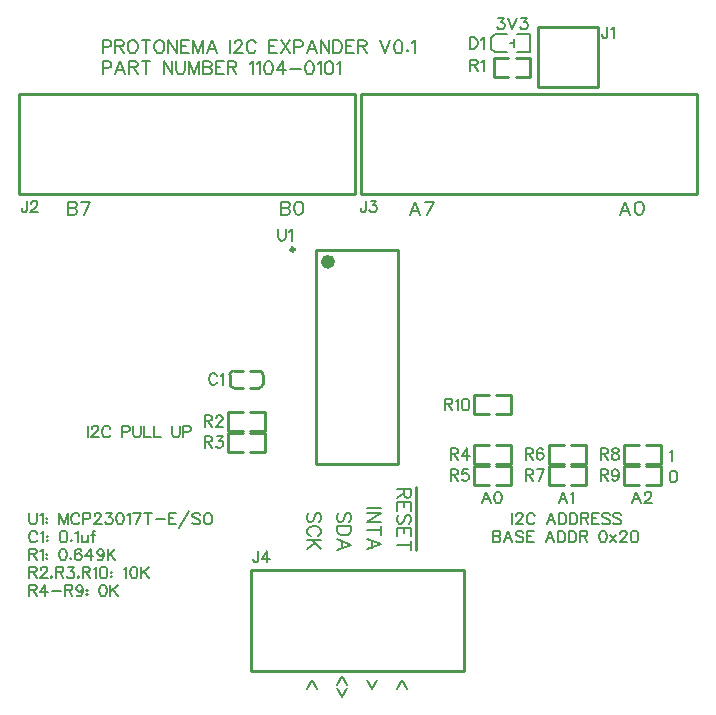
<source format=gto>
G04 Layer: TopSilkscreenLayer*
G04 Panelize: , Column: 2, Row: 2, Board Size: 58.42mm x 58.42mm, Panelized Board Size: 118.84mm x 118.84mm*
G04 EasyEDA v6.5.34, 2023-09-08 22:54:38*
G04 dba1fe39ed644193aaf89d91fc4d53de,5a6b42c53f6a479593ecc07194224c93,10*
G04 Gerber Generator version 0.2*
G04 Scale: 100 percent, Rotated: No, Reflected: No *
G04 Dimensions in millimeters *
G04 leading zeros omitted , absolute positions ,4 integer and 5 decimal *
%FSLAX45Y45*%
%MOMM*%

%ADD10C,0.1524*%
%ADD11C,0.2540*%
%ADD12C,0.1500*%
%ADD13C,0.6000*%
%ADD14C,0.3000*%
%ADD15C,0.0141*%

%LPD*%
D10*
X2991865Y4241037D02*
G01*
X2991865Y4168394D01*
X2987293Y4154678D01*
X2982722Y4150105D01*
X2973577Y4145534D01*
X2964688Y4145534D01*
X2955543Y4150105D01*
X2950972Y4154678D01*
X2946400Y4168394D01*
X2946400Y4177537D01*
X3030981Y4241037D02*
G01*
X3081020Y4241037D01*
X3053588Y4204715D01*
X3067304Y4204715D01*
X3076447Y4200144D01*
X3081020Y4195571D01*
X3085591Y4182110D01*
X3085591Y4172965D01*
X3081020Y4159250D01*
X3071875Y4150105D01*
X3058159Y4145534D01*
X3044697Y4145534D01*
X3030981Y4150105D01*
X3026409Y4154678D01*
X3021838Y4163821D01*
X762000Y5423915D02*
G01*
X762000Y5314950D01*
X762000Y5423915D02*
G01*
X808736Y5423915D01*
X824229Y5418836D01*
X829563Y5413502D01*
X834644Y5403087D01*
X834644Y5387594D01*
X829563Y5377179D01*
X824229Y5372100D01*
X808736Y5366765D01*
X762000Y5366765D01*
X910589Y5423915D02*
G01*
X868934Y5314950D01*
X910589Y5423915D02*
G01*
X952245Y5314950D01*
X884681Y5351271D02*
G01*
X936497Y5351271D01*
X986536Y5423915D02*
G01*
X986536Y5314950D01*
X986536Y5423915D02*
G01*
X1033271Y5423915D01*
X1048765Y5418836D01*
X1054100Y5413502D01*
X1059179Y5403087D01*
X1059179Y5392673D01*
X1054100Y5382260D01*
X1048765Y5377179D01*
X1033271Y5372100D01*
X986536Y5372100D01*
X1022857Y5372100D02*
G01*
X1059179Y5314950D01*
X1129792Y5423915D02*
G01*
X1129792Y5314950D01*
X1093470Y5423915D02*
G01*
X1166113Y5423915D01*
X1280413Y5423915D02*
G01*
X1280413Y5314950D01*
X1280413Y5423915D02*
G01*
X1353312Y5314950D01*
X1353312Y5423915D02*
G01*
X1353312Y5314950D01*
X1387602Y5423915D02*
G01*
X1387602Y5345937D01*
X1392681Y5330444D01*
X1403095Y5320029D01*
X1418589Y5314950D01*
X1429004Y5314950D01*
X1444752Y5320029D01*
X1455165Y5330444D01*
X1460245Y5345937D01*
X1460245Y5423915D01*
X1494536Y5423915D02*
G01*
X1494536Y5314950D01*
X1494536Y5423915D02*
G01*
X1536192Y5314950D01*
X1577594Y5423915D02*
G01*
X1536192Y5314950D01*
X1577594Y5423915D02*
G01*
X1577594Y5314950D01*
X1611884Y5423915D02*
G01*
X1611884Y5314950D01*
X1611884Y5423915D02*
G01*
X1658620Y5423915D01*
X1674368Y5418836D01*
X1679447Y5413502D01*
X1684781Y5403087D01*
X1684781Y5392673D01*
X1679447Y5382260D01*
X1674368Y5377179D01*
X1658620Y5372100D01*
X1611884Y5372100D02*
G01*
X1658620Y5372100D01*
X1674368Y5366765D01*
X1679447Y5361686D01*
X1684781Y5351271D01*
X1684781Y5335523D01*
X1679447Y5325110D01*
X1674368Y5320029D01*
X1658620Y5314950D01*
X1611884Y5314950D01*
X1719071Y5423915D02*
G01*
X1719071Y5314950D01*
X1719071Y5423915D02*
G01*
X1786636Y5423915D01*
X1719071Y5372100D02*
G01*
X1760473Y5372100D01*
X1719071Y5314950D02*
G01*
X1786636Y5314950D01*
X1820926Y5423915D02*
G01*
X1820926Y5314950D01*
X1820926Y5423915D02*
G01*
X1867662Y5423915D01*
X1883155Y5418836D01*
X1888489Y5413502D01*
X1893570Y5403087D01*
X1893570Y5392673D01*
X1888489Y5382260D01*
X1883155Y5377179D01*
X1867662Y5372100D01*
X1820926Y5372100D01*
X1857247Y5372100D02*
G01*
X1893570Y5314950D01*
X2007870Y5403087D02*
G01*
X2018284Y5408421D01*
X2033777Y5423915D01*
X2033777Y5314950D01*
X2068068Y5403087D02*
G01*
X2078481Y5408421D01*
X2094229Y5423915D01*
X2094229Y5314950D01*
X2159508Y5423915D02*
G01*
X2144013Y5418836D01*
X2133600Y5403087D01*
X2128520Y5377179D01*
X2128520Y5361686D01*
X2133600Y5335523D01*
X2144013Y5320029D01*
X2159508Y5314950D01*
X2169922Y5314950D01*
X2185670Y5320029D01*
X2195829Y5335523D01*
X2201163Y5361686D01*
X2201163Y5377179D01*
X2195829Y5403087D01*
X2185670Y5418836D01*
X2169922Y5423915D01*
X2159508Y5423915D01*
X2287270Y5423915D02*
G01*
X2235454Y5351271D01*
X2313431Y5351271D01*
X2287270Y5423915D02*
G01*
X2287270Y5314950D01*
X2347722Y5361686D02*
G01*
X2441193Y5361686D01*
X2506725Y5423915D02*
G01*
X2490977Y5418836D01*
X2480563Y5403087D01*
X2475484Y5377179D01*
X2475484Y5361686D01*
X2480563Y5335523D01*
X2490977Y5320029D01*
X2506725Y5314950D01*
X2517140Y5314950D01*
X2532634Y5320029D01*
X2543047Y5335523D01*
X2548127Y5361686D01*
X2548127Y5377179D01*
X2543047Y5403087D01*
X2532634Y5418836D01*
X2517140Y5423915D01*
X2506725Y5423915D01*
X2582418Y5403087D02*
G01*
X2592831Y5408421D01*
X2608579Y5423915D01*
X2608579Y5314950D01*
X2673858Y5423915D02*
G01*
X2658363Y5418836D01*
X2647950Y5403087D01*
X2642870Y5377179D01*
X2642870Y5361686D01*
X2647950Y5335523D01*
X2658363Y5320029D01*
X2673858Y5314950D01*
X2684272Y5314950D01*
X2700020Y5320029D01*
X2710179Y5335523D01*
X2715513Y5361686D01*
X2715513Y5377179D01*
X2710179Y5403087D01*
X2700020Y5418836D01*
X2684272Y5423915D01*
X2673858Y5423915D01*
X2749804Y5403087D02*
G01*
X2760218Y5408421D01*
X2775711Y5423915D01*
X2775711Y5314950D01*
X762000Y5601715D02*
G01*
X762000Y5492750D01*
X762000Y5601715D02*
G01*
X808736Y5601715D01*
X824229Y5596636D01*
X829563Y5591302D01*
X834644Y5580887D01*
X834644Y5565394D01*
X829563Y5554979D01*
X824229Y5549900D01*
X808736Y5544565D01*
X762000Y5544565D01*
X868934Y5601715D02*
G01*
X868934Y5492750D01*
X868934Y5601715D02*
G01*
X915670Y5601715D01*
X931418Y5596636D01*
X936497Y5591302D01*
X941831Y5580887D01*
X941831Y5570473D01*
X936497Y5560060D01*
X931418Y5554979D01*
X915670Y5549900D01*
X868934Y5549900D01*
X905510Y5549900D02*
G01*
X941831Y5492750D01*
X1007110Y5601715D02*
G01*
X996950Y5596636D01*
X986536Y5586221D01*
X981202Y5575807D01*
X976121Y5560060D01*
X976121Y5534152D01*
X981202Y5518657D01*
X986536Y5508244D01*
X996950Y5497829D01*
X1007110Y5492750D01*
X1027937Y5492750D01*
X1038352Y5497829D01*
X1048765Y5508244D01*
X1054100Y5518657D01*
X1059179Y5534152D01*
X1059179Y5560060D01*
X1054100Y5575807D01*
X1048765Y5586221D01*
X1038352Y5596636D01*
X1027937Y5601715D01*
X1007110Y5601715D01*
X1129792Y5601715D02*
G01*
X1129792Y5492750D01*
X1093470Y5601715D02*
G01*
X1166113Y5601715D01*
X1231645Y5601715D02*
G01*
X1221231Y5596636D01*
X1210818Y5586221D01*
X1205737Y5575807D01*
X1200404Y5560060D01*
X1200404Y5534152D01*
X1205737Y5518657D01*
X1210818Y5508244D01*
X1221231Y5497829D01*
X1231645Y5492750D01*
X1252473Y5492750D01*
X1262887Y5497829D01*
X1273302Y5508244D01*
X1278381Y5518657D01*
X1283715Y5534152D01*
X1283715Y5560060D01*
X1278381Y5575807D01*
X1273302Y5586221D01*
X1262887Y5596636D01*
X1252473Y5601715D01*
X1231645Y5601715D01*
X1318005Y5601715D02*
G01*
X1318005Y5492750D01*
X1318005Y5601715D02*
G01*
X1390650Y5492750D01*
X1390650Y5601715D02*
G01*
X1390650Y5492750D01*
X1424939Y5601715D02*
G01*
X1424939Y5492750D01*
X1424939Y5601715D02*
G01*
X1492504Y5601715D01*
X1424939Y5549900D02*
G01*
X1466595Y5549900D01*
X1424939Y5492750D02*
G01*
X1492504Y5492750D01*
X1526794Y5601715D02*
G01*
X1526794Y5492750D01*
X1526794Y5601715D02*
G01*
X1568450Y5492750D01*
X1609852Y5601715D02*
G01*
X1568450Y5492750D01*
X1609852Y5601715D02*
G01*
X1609852Y5492750D01*
X1685797Y5601715D02*
G01*
X1644142Y5492750D01*
X1685797Y5601715D02*
G01*
X1727200Y5492750D01*
X1659889Y5529071D02*
G01*
X1711705Y5529071D01*
X1841500Y5601715D02*
G01*
X1841500Y5492750D01*
X1881123Y5575807D02*
G01*
X1881123Y5580887D01*
X1886204Y5591302D01*
X1891537Y5596636D01*
X1901952Y5601715D01*
X1922779Y5601715D01*
X1932940Y5596636D01*
X1938274Y5591302D01*
X1943354Y5580887D01*
X1943354Y5570473D01*
X1938274Y5560060D01*
X1927860Y5544565D01*
X1875789Y5492750D01*
X1948688Y5492750D01*
X2060956Y5575807D02*
G01*
X2055622Y5586221D01*
X2045208Y5596636D01*
X2034793Y5601715D01*
X2014220Y5601715D01*
X2003806Y5596636D01*
X1993391Y5586221D01*
X1988058Y5575807D01*
X1982977Y5560060D01*
X1982977Y5534152D01*
X1988058Y5518657D01*
X1993391Y5508244D01*
X2003806Y5497829D01*
X2014220Y5492750D01*
X2034793Y5492750D01*
X2045208Y5497829D01*
X2055622Y5508244D01*
X2060956Y5518657D01*
X2175256Y5601715D02*
G01*
X2175256Y5492750D01*
X2175256Y5601715D02*
G01*
X2242820Y5601715D01*
X2175256Y5549900D02*
G01*
X2216658Y5549900D01*
X2175256Y5492750D02*
G01*
X2242820Y5492750D01*
X2277109Y5601715D02*
G01*
X2349754Y5492750D01*
X2349754Y5601715D02*
G01*
X2277109Y5492750D01*
X2384043Y5601715D02*
G01*
X2384043Y5492750D01*
X2384043Y5601715D02*
G01*
X2430779Y5601715D01*
X2446274Y5596636D01*
X2451608Y5591302D01*
X2456688Y5580887D01*
X2456688Y5565394D01*
X2451608Y5554979D01*
X2446274Y5549900D01*
X2430779Y5544565D01*
X2384043Y5544565D01*
X2532634Y5601715D02*
G01*
X2490977Y5492750D01*
X2532634Y5601715D02*
G01*
X2574290Y5492750D01*
X2506725Y5529071D02*
G01*
X2558541Y5529071D01*
X2608579Y5601715D02*
G01*
X2608579Y5492750D01*
X2608579Y5601715D02*
G01*
X2681224Y5492750D01*
X2681224Y5601715D02*
G01*
X2681224Y5492750D01*
X2715513Y5601715D02*
G01*
X2715513Y5492750D01*
X2715513Y5601715D02*
G01*
X2751836Y5601715D01*
X2767329Y5596636D01*
X2777743Y5586221D01*
X2783077Y5575807D01*
X2788158Y5560060D01*
X2788158Y5534152D01*
X2783077Y5518657D01*
X2777743Y5508244D01*
X2767329Y5497829D01*
X2751836Y5492750D01*
X2715513Y5492750D01*
X2822447Y5601715D02*
G01*
X2822447Y5492750D01*
X2822447Y5601715D02*
G01*
X2890011Y5601715D01*
X2822447Y5549900D02*
G01*
X2864104Y5549900D01*
X2822447Y5492750D02*
G01*
X2890011Y5492750D01*
X2924302Y5601715D02*
G01*
X2924302Y5492750D01*
X2924302Y5601715D02*
G01*
X2971038Y5601715D01*
X2986786Y5596636D01*
X2991865Y5591302D01*
X2997200Y5580887D01*
X2997200Y5570473D01*
X2991865Y5560060D01*
X2986786Y5554979D01*
X2971038Y5549900D01*
X2924302Y5549900D01*
X2960624Y5549900D02*
G01*
X2997200Y5492750D01*
X3111500Y5601715D02*
G01*
X3152902Y5492750D01*
X3194558Y5601715D02*
G01*
X3152902Y5492750D01*
X3260090Y5601715D02*
G01*
X3244341Y5596636D01*
X3233927Y5580887D01*
X3228847Y5554979D01*
X3228847Y5539486D01*
X3233927Y5513323D01*
X3244341Y5497829D01*
X3260090Y5492750D01*
X3270250Y5492750D01*
X3285997Y5497829D01*
X3296411Y5513323D01*
X3301491Y5539486D01*
X3301491Y5554979D01*
X3296411Y5580887D01*
X3285997Y5596636D01*
X3270250Y5601715D01*
X3260090Y5601715D01*
X3341115Y5518657D02*
G01*
X3335781Y5513323D01*
X3341115Y5508244D01*
X3346195Y5513323D01*
X3341115Y5518657D01*
X3380486Y5580887D02*
G01*
X3390900Y5586221D01*
X3406393Y5601715D01*
X3406393Y5492750D01*
X4111243Y5790437D02*
G01*
X4161281Y5790437D01*
X4133850Y5754115D01*
X4147565Y5754115D01*
X4156709Y5749544D01*
X4161281Y5744971D01*
X4165854Y5731510D01*
X4165854Y5722365D01*
X4161281Y5708650D01*
X4152138Y5699505D01*
X4138422Y5694934D01*
X4124706Y5694934D01*
X4111243Y5699505D01*
X4106672Y5704078D01*
X4102100Y5713221D01*
X4195825Y5790437D02*
G01*
X4232147Y5694934D01*
X4268470Y5790437D02*
G01*
X4232147Y5694934D01*
X4307586Y5790437D02*
G01*
X4357624Y5790437D01*
X4330191Y5754115D01*
X4343908Y5754115D01*
X4353052Y5749544D01*
X4357624Y5744971D01*
X4362195Y5731510D01*
X4362195Y5722365D01*
X4357624Y5708650D01*
X4348479Y5699505D01*
X4334763Y5694934D01*
X4321302Y5694934D01*
X4307586Y5699505D01*
X4303013Y5704078D01*
X4298441Y5713221D01*
X5036565Y5714237D02*
G01*
X5036565Y5641594D01*
X5031993Y5627878D01*
X5027422Y5623305D01*
X5018277Y5618734D01*
X5009388Y5618734D01*
X5000243Y5623305D01*
X4995672Y5627878D01*
X4991100Y5641594D01*
X4991100Y5650737D01*
X5066538Y5696204D02*
G01*
X5075681Y5700776D01*
X5089397Y5714237D01*
X5089397Y5618734D01*
X469900Y4235957D02*
G01*
X469900Y4121404D01*
X469900Y4235957D02*
G01*
X518921Y4235957D01*
X535431Y4230370D01*
X540765Y4225036D01*
X546354Y4214113D01*
X546354Y4203192D01*
X540765Y4192270D01*
X535431Y4186681D01*
X518921Y4181347D01*
X469900Y4181347D02*
G01*
X518921Y4181347D01*
X535431Y4176013D01*
X540765Y4170426D01*
X546354Y4159504D01*
X546354Y4143247D01*
X540765Y4132326D01*
X535431Y4126737D01*
X518921Y4121404D01*
X469900Y4121404D01*
X658621Y4235957D02*
G01*
X604012Y4121404D01*
X582168Y4235957D02*
G01*
X658621Y4235957D01*
X2273300Y4235957D02*
G01*
X2273300Y4121404D01*
X2273300Y4235957D02*
G01*
X2322322Y4235957D01*
X2338831Y4230370D01*
X2344165Y4225036D01*
X2349754Y4214113D01*
X2349754Y4203192D01*
X2344165Y4192270D01*
X2338831Y4186681D01*
X2322322Y4181347D01*
X2273300Y4181347D02*
G01*
X2322322Y4181347D01*
X2338831Y4176013D01*
X2344165Y4170426D01*
X2349754Y4159504D01*
X2349754Y4143247D01*
X2344165Y4132326D01*
X2338831Y4126737D01*
X2322322Y4121404D01*
X2273300Y4121404D01*
X2418334Y4235957D02*
G01*
X2402077Y4230370D01*
X2391156Y4214113D01*
X2385568Y4186681D01*
X2385568Y4170426D01*
X2391156Y4143247D01*
X2402077Y4126737D01*
X2418334Y4121404D01*
X2429256Y4121404D01*
X2445765Y4126737D01*
X2456688Y4143247D01*
X2462022Y4170426D01*
X2462022Y4186681D01*
X2456688Y4214113D01*
X2445765Y4230370D01*
X2429256Y4235957D01*
X2418334Y4235957D01*
X121665Y4241037D02*
G01*
X121665Y4168394D01*
X117094Y4154678D01*
X112521Y4150105D01*
X103378Y4145534D01*
X94487Y4145534D01*
X85344Y4150105D01*
X80771Y4154678D01*
X76200Y4168394D01*
X76200Y4177537D01*
X156210Y4218431D02*
G01*
X156210Y4223004D01*
X160781Y4231894D01*
X165354Y4236465D01*
X174497Y4241037D01*
X192531Y4241037D01*
X201676Y4236465D01*
X206247Y4231894D01*
X210820Y4223004D01*
X210820Y4213860D01*
X206247Y4204715D01*
X197104Y4191000D01*
X151637Y4145534D01*
X215392Y4145534D01*
X3409188Y4235957D02*
G01*
X3365500Y4121404D01*
X3409188Y4235957D02*
G01*
X3452875Y4121404D01*
X3381756Y4159504D02*
G01*
X3436365Y4159504D01*
X3565143Y4235957D02*
G01*
X3510534Y4121404D01*
X3488690Y4235957D02*
G01*
X3565143Y4235957D01*
X5187188Y4235957D02*
G01*
X5143500Y4121404D01*
X5187188Y4235957D02*
G01*
X5230875Y4121404D01*
X5159756Y4159504D02*
G01*
X5214365Y4159504D01*
X5299456Y4235957D02*
G01*
X5283200Y4230370D01*
X5272277Y4214113D01*
X5266690Y4186681D01*
X5266690Y4170426D01*
X5272277Y4143247D01*
X5283200Y4126737D01*
X5299456Y4121404D01*
X5310377Y4121404D01*
X5326888Y4126737D01*
X5337556Y4143247D01*
X5343143Y4170426D01*
X5343143Y4186681D01*
X5337556Y4214113D01*
X5326888Y4230370D01*
X5310377Y4235957D01*
X5299456Y4235957D01*
X3340966Y108612D02*
G01*
X3300072Y181510D01*
X3259178Y108612D01*
X3086963Y181305D02*
G01*
X3046069Y108661D01*
X3005175Y181305D01*
X2830525Y143154D02*
G01*
X2789631Y215798D01*
X2748737Y143154D01*
X2830525Y113182D02*
G01*
X2789631Y40538D01*
X2748737Y113182D01*
X2578966Y108612D02*
G01*
X2538072Y181510D01*
X2497178Y108612D01*
X2082291Y1276604D02*
G01*
X2082291Y1203705D01*
X2077720Y1190244D01*
X2073147Y1185671D01*
X2064004Y1181100D01*
X2055113Y1181100D01*
X2045970Y1185671D01*
X2041397Y1190244D01*
X2036825Y1203705D01*
X2036825Y1212850D01*
X2157729Y1276604D02*
G01*
X2112263Y1212850D01*
X2180336Y1212850D01*
X2157729Y1276604D02*
G01*
X2157729Y1181100D01*
X2594046Y1523895D02*
G01*
X2604714Y1534817D01*
X2610302Y1551073D01*
X2610302Y1572917D01*
X2604714Y1589173D01*
X2594046Y1600095D01*
X2583124Y1600095D01*
X2572202Y1594761D01*
X2566614Y1589173D01*
X2561280Y1578505D01*
X2550358Y1545739D01*
X2544770Y1534817D01*
X2539436Y1529229D01*
X2528514Y1523895D01*
X2512004Y1523895D01*
X2501082Y1534817D01*
X2495748Y1551073D01*
X2495748Y1572917D01*
X2501082Y1589173D01*
X2512004Y1600095D01*
X2583124Y1406039D02*
G01*
X2594046Y1411373D01*
X2604714Y1422295D01*
X2610302Y1433217D01*
X2610302Y1455061D01*
X2604714Y1465983D01*
X2594046Y1476905D01*
X2583124Y1482493D01*
X2566614Y1487827D01*
X2539436Y1487827D01*
X2522926Y1482493D01*
X2512004Y1476905D01*
X2501082Y1465983D01*
X2495748Y1455061D01*
X2495748Y1433217D01*
X2501082Y1422295D01*
X2512004Y1411373D01*
X2522926Y1406039D01*
X2610302Y1369971D02*
G01*
X2495748Y1369971D01*
X2610302Y1293771D02*
G01*
X2533848Y1369971D01*
X2561280Y1342793D02*
G01*
X2495748Y1293771D01*
X2847847Y1523745D02*
G01*
X2858770Y1534668D01*
X2864358Y1551178D01*
X2864358Y1573021D01*
X2858770Y1589278D01*
X2847847Y1600200D01*
X2836925Y1600200D01*
X2826004Y1594865D01*
X2820670Y1589278D01*
X2815081Y1578355D01*
X2804413Y1545589D01*
X2798825Y1534668D01*
X2793491Y1529334D01*
X2782570Y1523745D01*
X2766059Y1523745D01*
X2755138Y1534668D01*
X2749804Y1551178D01*
X2749804Y1573021D01*
X2755138Y1589278D01*
X2766059Y1600200D01*
X2864358Y1487931D02*
G01*
X2749804Y1487931D01*
X2864358Y1487931D02*
G01*
X2864358Y1449578D01*
X2858770Y1433321D01*
X2847847Y1422400D01*
X2836925Y1416812D01*
X2820670Y1411478D01*
X2793491Y1411478D01*
X2776981Y1416812D01*
X2766059Y1422400D01*
X2755138Y1433321D01*
X2749804Y1449578D01*
X2749804Y1487931D01*
X2864358Y1331721D02*
G01*
X2749804Y1375410D01*
X2864358Y1331721D02*
G01*
X2749804Y1288287D01*
X2787904Y1359154D02*
G01*
X2787904Y1304544D01*
X3118358Y1638300D02*
G01*
X3003804Y1638300D01*
X3118358Y1602231D02*
G01*
X3003804Y1602231D01*
X3118358Y1602231D02*
G01*
X3003804Y1526031D01*
X3118358Y1526031D02*
G01*
X3003804Y1526031D01*
X3118358Y1451863D02*
G01*
X3003804Y1451863D01*
X3118358Y1489963D02*
G01*
X3118358Y1413510D01*
X3118358Y1334007D02*
G01*
X3003804Y1377695D01*
X3118358Y1334007D02*
G01*
X3003804Y1290320D01*
X3041904Y1361186D02*
G01*
X3041904Y1306576D01*
X3372358Y1803400D02*
G01*
X3257804Y1803400D01*
X3372358Y1803400D02*
G01*
X3372358Y1754378D01*
X3366770Y1737868D01*
X3361436Y1732534D01*
X3350513Y1726945D01*
X3339591Y1726945D01*
X3328670Y1732534D01*
X3323081Y1737868D01*
X3317747Y1754378D01*
X3317747Y1803400D01*
X3317747Y1765300D02*
G01*
X3257804Y1726945D01*
X3372358Y1691131D02*
G01*
X3257804Y1691131D01*
X3372358Y1691131D02*
G01*
X3372358Y1620012D01*
X3317747Y1691131D02*
G01*
X3317747Y1647444D01*
X3257804Y1691131D02*
G01*
X3257804Y1620012D01*
X3355847Y1507744D02*
G01*
X3366770Y1518665D01*
X3372358Y1534921D01*
X3372358Y1556765D01*
X3366770Y1573276D01*
X3355847Y1584197D01*
X3344925Y1584197D01*
X3334004Y1578610D01*
X3328670Y1573276D01*
X3323081Y1562354D01*
X3312413Y1529587D01*
X3306825Y1518665D01*
X3301491Y1513331D01*
X3290570Y1507744D01*
X3274059Y1507744D01*
X3263138Y1518665D01*
X3257804Y1534921D01*
X3257804Y1556765D01*
X3263138Y1573276D01*
X3274059Y1584197D01*
X3372358Y1471676D02*
G01*
X3257804Y1471676D01*
X3372358Y1471676D02*
G01*
X3372358Y1400810D01*
X3317747Y1471676D02*
G01*
X3317747Y1428242D01*
X3257804Y1471676D02*
G01*
X3257804Y1400810D01*
X3372358Y1326642D02*
G01*
X3257804Y1326642D01*
X3372358Y1364742D02*
G01*
X3372358Y1288542D01*
X635000Y2336037D02*
G01*
X635000Y2240534D01*
X669544Y2313431D02*
G01*
X669544Y2318004D01*
X674115Y2326894D01*
X678687Y2331465D01*
X687831Y2336037D01*
X705865Y2336037D01*
X715010Y2331465D01*
X719581Y2326894D01*
X724154Y2318004D01*
X724154Y2308860D01*
X719581Y2299715D01*
X710437Y2286000D01*
X664971Y2240534D01*
X728726Y2240534D01*
X826770Y2313431D02*
G01*
X822197Y2322576D01*
X813307Y2331465D01*
X804163Y2336037D01*
X785876Y2336037D01*
X776731Y2331465D01*
X767842Y2322576D01*
X763270Y2313431D01*
X758697Y2299715D01*
X758697Y2277110D01*
X763270Y2263394D01*
X767842Y2254250D01*
X776731Y2245105D01*
X785876Y2240534D01*
X804163Y2240534D01*
X813307Y2245105D01*
X822197Y2254250D01*
X826770Y2263394D01*
X926845Y2336037D02*
G01*
X926845Y2240534D01*
X926845Y2336037D02*
G01*
X967739Y2336037D01*
X981455Y2331465D01*
X986028Y2326894D01*
X990345Y2318004D01*
X990345Y2304287D01*
X986028Y2295144D01*
X981455Y2290571D01*
X967739Y2286000D01*
X926845Y2286000D01*
X1020571Y2336037D02*
G01*
X1020571Y2267965D01*
X1024889Y2254250D01*
X1034034Y2245105D01*
X1047750Y2240534D01*
X1056894Y2240534D01*
X1070355Y2245105D01*
X1079500Y2254250D01*
X1084071Y2267965D01*
X1084071Y2336037D01*
X1114044Y2336037D02*
G01*
X1114044Y2240534D01*
X1114044Y2240534D02*
G01*
X1168654Y2240534D01*
X1198626Y2336037D02*
G01*
X1198626Y2240534D01*
X1198626Y2240534D02*
G01*
X1253236Y2240534D01*
X1353057Y2336037D02*
G01*
X1353057Y2267965D01*
X1357629Y2254250D01*
X1366773Y2245105D01*
X1380489Y2240534D01*
X1389634Y2240534D01*
X1403095Y2245105D01*
X1412239Y2254250D01*
X1416812Y2267965D01*
X1416812Y2336037D01*
X1446784Y2336037D02*
G01*
X1446784Y2240534D01*
X1446784Y2336037D02*
G01*
X1487678Y2336037D01*
X1501394Y2331465D01*
X1505965Y2326894D01*
X1510537Y2318004D01*
X1510537Y2304287D01*
X1505965Y2295144D01*
X1501394Y2290571D01*
X1487678Y2286000D01*
X1446784Y2286000D01*
X4011422Y1777237D02*
G01*
X3975100Y1681734D01*
X4011422Y1777237D02*
G01*
X4047743Y1681734D01*
X3988815Y1713737D02*
G01*
X4034281Y1713737D01*
X4105147Y1777237D02*
G01*
X4091431Y1772665D01*
X4082288Y1759204D01*
X4077715Y1736344D01*
X4077715Y1722881D01*
X4082288Y1700021D01*
X4091431Y1686305D01*
X4105147Y1681734D01*
X4114291Y1681734D01*
X4127754Y1686305D01*
X4136897Y1700021D01*
X4141470Y1722881D01*
X4141470Y1736344D01*
X4136897Y1759204D01*
X4127754Y1772665D01*
X4114291Y1777237D01*
X4105147Y1777237D01*
X4659122Y1777237D02*
G01*
X4622800Y1681734D01*
X4659122Y1777237D02*
G01*
X4695443Y1681734D01*
X4636515Y1713737D02*
G01*
X4681981Y1713737D01*
X4725415Y1759204D02*
G01*
X4734559Y1763776D01*
X4748275Y1777237D01*
X4748275Y1681734D01*
X5281422Y1777237D02*
G01*
X5245100Y1681734D01*
X5281422Y1777237D02*
G01*
X5317743Y1681734D01*
X5258815Y1713737D02*
G01*
X5304281Y1713737D01*
X5352288Y1754631D02*
G01*
X5352288Y1759204D01*
X5356859Y1768094D01*
X5361431Y1772665D01*
X5370575Y1777237D01*
X5388609Y1777237D01*
X5397754Y1772665D01*
X5402325Y1768094D01*
X5406897Y1759204D01*
X5406897Y1750060D01*
X5402325Y1740915D01*
X5393181Y1727200D01*
X5347715Y1681734D01*
X5411470Y1681734D01*
X5589777Y1955037D02*
G01*
X5576315Y1950465D01*
X5567172Y1937004D01*
X5562600Y1914144D01*
X5562600Y1900681D01*
X5567172Y1877821D01*
X5576315Y1864105D01*
X5589777Y1859534D01*
X5598922Y1859534D01*
X5612638Y1864105D01*
X5621781Y1877821D01*
X5626354Y1900681D01*
X5626354Y1914144D01*
X5621781Y1937004D01*
X5612638Y1950465D01*
X5598922Y1955037D01*
X5589777Y1955037D01*
X5562600Y2114804D02*
G01*
X5571743Y2119376D01*
X5585206Y2132837D01*
X5585206Y2037334D01*
X4229100Y1599437D02*
G01*
X4229100Y1503934D01*
X4263643Y1576831D02*
G01*
X4263643Y1581404D01*
X4268215Y1590294D01*
X4272788Y1594865D01*
X4281931Y1599437D01*
X4299965Y1599437D01*
X4309109Y1594865D01*
X4313681Y1590294D01*
X4318254Y1581404D01*
X4318254Y1572260D01*
X4313681Y1563115D01*
X4304538Y1549400D01*
X4259072Y1503934D01*
X4322825Y1503934D01*
X4420870Y1576831D02*
G01*
X4416297Y1585976D01*
X4407408Y1594865D01*
X4398263Y1599437D01*
X4379975Y1599437D01*
X4370831Y1594865D01*
X4361941Y1585976D01*
X4357370Y1576831D01*
X4352797Y1563115D01*
X4352797Y1540510D01*
X4357370Y1526794D01*
X4361941Y1517650D01*
X4370831Y1508505D01*
X4379975Y1503934D01*
X4398263Y1503934D01*
X4407408Y1508505D01*
X4416297Y1517650D01*
X4420870Y1526794D01*
X4557268Y1599437D02*
G01*
X4520945Y1503934D01*
X4557268Y1599437D02*
G01*
X4593590Y1503934D01*
X4534661Y1535937D02*
G01*
X4580127Y1535937D01*
X4623561Y1599437D02*
G01*
X4623561Y1503934D01*
X4623561Y1599437D02*
G01*
X4655565Y1599437D01*
X4669027Y1594865D01*
X4678172Y1585976D01*
X4682743Y1576831D01*
X4687315Y1563115D01*
X4687315Y1540510D01*
X4682743Y1526794D01*
X4678172Y1517650D01*
X4669027Y1508505D01*
X4655565Y1503934D01*
X4623561Y1503934D01*
X4717288Y1599437D02*
G01*
X4717288Y1503934D01*
X4717288Y1599437D02*
G01*
X4749038Y1599437D01*
X4762754Y1594865D01*
X4771897Y1585976D01*
X4776470Y1576831D01*
X4781041Y1563115D01*
X4781041Y1540510D01*
X4776470Y1526794D01*
X4771897Y1517650D01*
X4762754Y1508505D01*
X4749038Y1503934D01*
X4717288Y1503934D01*
X4811013Y1599437D02*
G01*
X4811013Y1503934D01*
X4811013Y1599437D02*
G01*
X4851908Y1599437D01*
X4865370Y1594865D01*
X4869941Y1590294D01*
X4874513Y1581404D01*
X4874513Y1572260D01*
X4869941Y1563115D01*
X4865370Y1558544D01*
X4851908Y1553971D01*
X4811013Y1553971D01*
X4842763Y1553971D02*
G01*
X4874513Y1503934D01*
X4904486Y1599437D02*
G01*
X4904486Y1503934D01*
X4904486Y1599437D02*
G01*
X4963668Y1599437D01*
X4904486Y1553971D02*
G01*
X4940808Y1553971D01*
X4904486Y1503934D02*
G01*
X4963668Y1503934D01*
X5057393Y1585976D02*
G01*
X5048250Y1594865D01*
X5034534Y1599437D01*
X5016245Y1599437D01*
X5002784Y1594865D01*
X4993640Y1585976D01*
X4993640Y1576831D01*
X4998211Y1567687D01*
X5002784Y1563115D01*
X5011927Y1558544D01*
X5039106Y1549400D01*
X5048250Y1545081D01*
X5052822Y1540510D01*
X5057393Y1531365D01*
X5057393Y1517650D01*
X5048250Y1508505D01*
X5034534Y1503934D01*
X5016245Y1503934D01*
X5002784Y1508505D01*
X4993640Y1517650D01*
X5150865Y1585976D02*
G01*
X5141722Y1594865D01*
X5128259Y1599437D01*
X5109972Y1599437D01*
X5096256Y1594865D01*
X5087365Y1585976D01*
X5087365Y1576831D01*
X5091938Y1567687D01*
X5096256Y1563115D01*
X5105400Y1558544D01*
X5132831Y1549400D01*
X5141722Y1545081D01*
X5146293Y1540510D01*
X5150865Y1531365D01*
X5150865Y1517650D01*
X5141722Y1508505D01*
X5128259Y1503934D01*
X5109972Y1503934D01*
X5096256Y1508505D01*
X5087365Y1517650D01*
X4064000Y1447037D02*
G01*
X4064000Y1351534D01*
X4064000Y1447037D02*
G01*
X4104893Y1447037D01*
X4118609Y1442465D01*
X4123181Y1437894D01*
X4127754Y1429004D01*
X4127754Y1419860D01*
X4123181Y1410715D01*
X4118609Y1406144D01*
X4104893Y1401571D01*
X4064000Y1401571D02*
G01*
X4104893Y1401571D01*
X4118609Y1397000D01*
X4123181Y1392681D01*
X4127754Y1383537D01*
X4127754Y1369821D01*
X4123181Y1360678D01*
X4118609Y1356105D01*
X4104893Y1351534D01*
X4064000Y1351534D01*
X4194047Y1447037D02*
G01*
X4157725Y1351534D01*
X4194047Y1447037D02*
G01*
X4230370Y1351534D01*
X4171188Y1383537D02*
G01*
X4216654Y1383537D01*
X4324095Y1433576D02*
G01*
X4314952Y1442465D01*
X4301236Y1447037D01*
X4283202Y1447037D01*
X4269486Y1442465D01*
X4260341Y1433576D01*
X4260341Y1424431D01*
X4264913Y1415287D01*
X4269486Y1410715D01*
X4278629Y1406144D01*
X4305808Y1397000D01*
X4314952Y1392681D01*
X4319524Y1388110D01*
X4324095Y1378965D01*
X4324095Y1365250D01*
X4314952Y1356105D01*
X4301236Y1351534D01*
X4283202Y1351534D01*
X4269486Y1356105D01*
X4260341Y1365250D01*
X4354068Y1447037D02*
G01*
X4354068Y1351534D01*
X4354068Y1447037D02*
G01*
X4412995Y1447037D01*
X4354068Y1401571D02*
G01*
X4390390Y1401571D01*
X4354068Y1351534D02*
G01*
X4412995Y1351534D01*
X4549393Y1447037D02*
G01*
X4513072Y1351534D01*
X4549393Y1447037D02*
G01*
X4585715Y1351534D01*
X4526788Y1383537D02*
G01*
X4572254Y1383537D01*
X4615941Y1447037D02*
G01*
X4615941Y1351534D01*
X4615941Y1447037D02*
G01*
X4647691Y1447037D01*
X4661154Y1442465D01*
X4670297Y1433576D01*
X4674870Y1424431D01*
X4679441Y1410715D01*
X4679441Y1388110D01*
X4674870Y1374394D01*
X4670297Y1365250D01*
X4661154Y1356105D01*
X4647691Y1351534D01*
X4615941Y1351534D01*
X4709413Y1447037D02*
G01*
X4709413Y1351534D01*
X4709413Y1447037D02*
G01*
X4741163Y1447037D01*
X4754879Y1442465D01*
X4764024Y1433576D01*
X4768595Y1424431D01*
X4773168Y1410715D01*
X4773168Y1388110D01*
X4768595Y1374394D01*
X4764024Y1365250D01*
X4754879Y1356105D01*
X4741163Y1351534D01*
X4709413Y1351534D01*
X4803140Y1447037D02*
G01*
X4803140Y1351534D01*
X4803140Y1447037D02*
G01*
X4844034Y1447037D01*
X4857750Y1442465D01*
X4862068Y1437894D01*
X4866640Y1429004D01*
X4866640Y1419860D01*
X4862068Y1410715D01*
X4857750Y1406144D01*
X4844034Y1401571D01*
X4803140Y1401571D01*
X4834890Y1401571D02*
G01*
X4866640Y1351534D01*
X4993893Y1447037D02*
G01*
X4980431Y1442465D01*
X4971288Y1429004D01*
X4966715Y1406144D01*
X4966715Y1392681D01*
X4971288Y1369821D01*
X4980431Y1356105D01*
X4993893Y1351534D01*
X5003038Y1351534D01*
X5016754Y1356105D01*
X5025897Y1369821D01*
X5030470Y1392681D01*
X5030470Y1406144D01*
X5025897Y1429004D01*
X5016754Y1442465D01*
X5003038Y1447037D01*
X4993893Y1447037D01*
X5060441Y1415287D02*
G01*
X5110479Y1351534D01*
X5110479Y1415287D02*
G01*
X5060441Y1351534D01*
X5145024Y1424431D02*
G01*
X5145024Y1429004D01*
X5149341Y1437894D01*
X5153913Y1442465D01*
X5163058Y1447037D01*
X5181345Y1447037D01*
X5190236Y1442465D01*
X5194808Y1437894D01*
X5199379Y1429004D01*
X5199379Y1419860D01*
X5194808Y1410715D01*
X5185918Y1397000D01*
X5140452Y1351534D01*
X5203952Y1351534D01*
X5261356Y1447037D02*
G01*
X5247640Y1442465D01*
X5238495Y1429004D01*
X5233924Y1406144D01*
X5233924Y1392681D01*
X5238495Y1369821D01*
X5247640Y1356105D01*
X5261356Y1351534D01*
X5270245Y1351534D01*
X5283961Y1356105D01*
X5293106Y1369821D01*
X5297677Y1392681D01*
X5297677Y1406144D01*
X5293106Y1429004D01*
X5283961Y1442465D01*
X5270245Y1447037D01*
X5261356Y1447037D01*
X139700Y1599437D02*
G01*
X139700Y1531365D01*
X144271Y1517650D01*
X153415Y1508505D01*
X166878Y1503934D01*
X176021Y1503934D01*
X189737Y1508505D01*
X198881Y1517650D01*
X203454Y1531365D01*
X203454Y1599437D01*
X233426Y1581404D02*
G01*
X242315Y1585976D01*
X256031Y1599437D01*
X256031Y1503934D01*
X290576Y1558544D02*
G01*
X286004Y1553971D01*
X290576Y1549400D01*
X295147Y1553971D01*
X290576Y1558544D01*
X290576Y1526794D02*
G01*
X286004Y1522221D01*
X290576Y1517650D01*
X295147Y1522221D01*
X290576Y1526794D01*
X395223Y1599437D02*
G01*
X395223Y1503934D01*
X395223Y1599437D02*
G01*
X431545Y1503934D01*
X467868Y1599437D02*
G01*
X431545Y1503934D01*
X467868Y1599437D02*
G01*
X467868Y1503934D01*
X566165Y1576831D02*
G01*
X561594Y1585976D01*
X552450Y1594865D01*
X543305Y1599437D01*
X525271Y1599437D01*
X516128Y1594865D01*
X506984Y1585976D01*
X502412Y1576831D01*
X497839Y1563115D01*
X497839Y1540510D01*
X502412Y1526794D01*
X506984Y1517650D01*
X516128Y1508505D01*
X525271Y1503934D01*
X543305Y1503934D01*
X552450Y1508505D01*
X561594Y1517650D01*
X566165Y1526794D01*
X596137Y1599437D02*
G01*
X596137Y1503934D01*
X596137Y1599437D02*
G01*
X637031Y1599437D01*
X650494Y1594865D01*
X655065Y1590294D01*
X659637Y1581404D01*
X659637Y1567687D01*
X655065Y1558544D01*
X650494Y1553971D01*
X637031Y1549400D01*
X596137Y1549400D01*
X694181Y1576831D02*
G01*
X694181Y1581404D01*
X698754Y1590294D01*
X703326Y1594865D01*
X712470Y1599437D01*
X730504Y1599437D01*
X739647Y1594865D01*
X744220Y1590294D01*
X748792Y1581404D01*
X748792Y1572260D01*
X744220Y1563115D01*
X735076Y1549400D01*
X689610Y1503934D01*
X753363Y1503934D01*
X792479Y1599437D02*
G01*
X842518Y1599437D01*
X815086Y1563115D01*
X828802Y1563115D01*
X837945Y1558544D01*
X842518Y1553971D01*
X847089Y1540510D01*
X847089Y1531365D01*
X842518Y1517650D01*
X833373Y1508505D01*
X819657Y1503934D01*
X805942Y1503934D01*
X792479Y1508505D01*
X787907Y1513078D01*
X783336Y1522221D01*
X904239Y1599437D02*
G01*
X890523Y1594865D01*
X881634Y1581404D01*
X877062Y1558544D01*
X877062Y1545081D01*
X881634Y1522221D01*
X890523Y1508505D01*
X904239Y1503934D01*
X913384Y1503934D01*
X926845Y1508505D01*
X935989Y1522221D01*
X940562Y1545081D01*
X940562Y1558544D01*
X935989Y1581404D01*
X926845Y1594865D01*
X913384Y1599437D01*
X904239Y1599437D01*
X970534Y1581404D02*
G01*
X979678Y1585976D01*
X993394Y1599437D01*
X993394Y1503934D01*
X1086865Y1599437D02*
G01*
X1041400Y1503934D01*
X1023365Y1599437D02*
G01*
X1086865Y1599437D01*
X1148842Y1599437D02*
G01*
X1148842Y1503934D01*
X1117092Y1599437D02*
G01*
X1180592Y1599437D01*
X1210563Y1545081D02*
G01*
X1292352Y1545081D01*
X1322323Y1599437D02*
G01*
X1322323Y1503934D01*
X1322323Y1599437D02*
G01*
X1381505Y1599437D01*
X1322323Y1553971D02*
G01*
X1358900Y1553971D01*
X1322323Y1503934D02*
G01*
X1381505Y1503934D01*
X1493265Y1617726D02*
G01*
X1411478Y1472184D01*
X1586992Y1585976D02*
G01*
X1577847Y1594865D01*
X1564131Y1599437D01*
X1546097Y1599437D01*
X1532381Y1594865D01*
X1523237Y1585976D01*
X1523237Y1576831D01*
X1527810Y1567687D01*
X1532381Y1563115D01*
X1541526Y1558544D01*
X1568704Y1549400D01*
X1577847Y1545081D01*
X1582420Y1540510D01*
X1586992Y1531365D01*
X1586992Y1517650D01*
X1577847Y1508505D01*
X1564131Y1503934D01*
X1546097Y1503934D01*
X1532381Y1508505D01*
X1523237Y1517650D01*
X1644142Y1599437D02*
G01*
X1635252Y1594865D01*
X1626107Y1585976D01*
X1621536Y1576831D01*
X1616963Y1563115D01*
X1616963Y1540510D01*
X1621536Y1526794D01*
X1626107Y1517650D01*
X1635252Y1508505D01*
X1644142Y1503934D01*
X1662429Y1503934D01*
X1671573Y1508505D01*
X1680718Y1517650D01*
X1685036Y1526794D01*
X1689607Y1540510D01*
X1689607Y1563115D01*
X1685036Y1576831D01*
X1680718Y1585976D01*
X1671573Y1594865D01*
X1662429Y1599437D01*
X1644142Y1599437D01*
X207771Y1424431D02*
G01*
X203454Y1433576D01*
X194310Y1442465D01*
X185165Y1447037D01*
X166878Y1447037D01*
X157987Y1442465D01*
X148844Y1433576D01*
X144271Y1424431D01*
X139700Y1410715D01*
X139700Y1388110D01*
X144271Y1374394D01*
X148844Y1365250D01*
X157987Y1356105D01*
X166878Y1351534D01*
X185165Y1351534D01*
X194310Y1356105D01*
X203454Y1365250D01*
X207771Y1374394D01*
X237997Y1429004D02*
G01*
X246887Y1433576D01*
X260604Y1447037D01*
X260604Y1351534D01*
X295147Y1406144D02*
G01*
X290576Y1401571D01*
X295147Y1397000D01*
X299720Y1401571D01*
X295147Y1406144D01*
X295147Y1374394D02*
G01*
X290576Y1369821D01*
X295147Y1365250D01*
X299720Y1369821D01*
X295147Y1374394D01*
X426973Y1447037D02*
G01*
X413257Y1442465D01*
X404368Y1429004D01*
X399795Y1406144D01*
X399795Y1392681D01*
X404368Y1369821D01*
X413257Y1356105D01*
X426973Y1351534D01*
X436118Y1351534D01*
X449579Y1356105D01*
X458723Y1369821D01*
X463295Y1392681D01*
X463295Y1406144D01*
X458723Y1429004D01*
X449579Y1442465D01*
X436118Y1447037D01*
X426973Y1447037D01*
X497839Y1374394D02*
G01*
X493268Y1369821D01*
X497839Y1365250D01*
X502412Y1369821D01*
X497839Y1374394D01*
X532384Y1429004D02*
G01*
X541528Y1433576D01*
X555244Y1447037D01*
X555244Y1351534D01*
X585215Y1415287D02*
G01*
X585215Y1369821D01*
X589787Y1356105D01*
X598678Y1351534D01*
X612394Y1351534D01*
X621537Y1356105D01*
X635254Y1369821D01*
X635254Y1415287D02*
G01*
X635254Y1351534D01*
X701547Y1447037D02*
G01*
X692404Y1447037D01*
X683260Y1442465D01*
X678687Y1429004D01*
X678687Y1351534D01*
X665226Y1415287D02*
G01*
X696976Y1415287D01*
X139700Y1142237D02*
G01*
X139700Y1046734D01*
X139700Y1142237D02*
G01*
X180594Y1142237D01*
X194310Y1137665D01*
X198881Y1133094D01*
X203454Y1124204D01*
X203454Y1115060D01*
X198881Y1105915D01*
X194310Y1101344D01*
X180594Y1096771D01*
X139700Y1096771D01*
X171450Y1096771D02*
G01*
X203454Y1046734D01*
X237997Y1119631D02*
G01*
X237997Y1124204D01*
X242315Y1133094D01*
X246887Y1137665D01*
X256031Y1142237D01*
X274320Y1142237D01*
X283210Y1137665D01*
X287781Y1133094D01*
X292354Y1124204D01*
X292354Y1115060D01*
X287781Y1105915D01*
X278892Y1092200D01*
X233426Y1046734D01*
X296926Y1046734D01*
X336042Y1065021D02*
G01*
X331470Y1060450D01*
X326897Y1065021D01*
X331470Y1069594D01*
X336042Y1065021D01*
X336042Y1055878D01*
X326897Y1046734D01*
X366013Y1142237D02*
G01*
X366013Y1046734D01*
X366013Y1142237D02*
G01*
X406907Y1142237D01*
X420623Y1137665D01*
X425195Y1133094D01*
X429768Y1124204D01*
X429768Y1115060D01*
X425195Y1105915D01*
X420623Y1101344D01*
X406907Y1096771D01*
X366013Y1096771D01*
X397763Y1096771D02*
G01*
X429768Y1046734D01*
X468884Y1142237D02*
G01*
X518668Y1142237D01*
X491489Y1105915D01*
X505205Y1105915D01*
X514350Y1101344D01*
X518668Y1096771D01*
X523239Y1083310D01*
X523239Y1074165D01*
X518668Y1060450D01*
X509778Y1051305D01*
X496062Y1046734D01*
X482345Y1046734D01*
X468884Y1051305D01*
X464312Y1055878D01*
X459739Y1065021D01*
X562355Y1065021D02*
G01*
X557784Y1060450D01*
X553212Y1065021D01*
X557784Y1069594D01*
X562355Y1065021D01*
X562355Y1055878D01*
X553212Y1046734D01*
X592328Y1142237D02*
G01*
X592328Y1046734D01*
X592328Y1142237D02*
G01*
X633221Y1142237D01*
X646937Y1137665D01*
X651510Y1133094D01*
X656081Y1124204D01*
X656081Y1115060D01*
X651510Y1105915D01*
X646937Y1101344D01*
X633221Y1096771D01*
X592328Y1096771D01*
X624331Y1096771D02*
G01*
X656081Y1046734D01*
X686054Y1124204D02*
G01*
X695197Y1128776D01*
X708913Y1142237D01*
X708913Y1046734D01*
X766063Y1142237D02*
G01*
X752347Y1137665D01*
X743457Y1124204D01*
X738886Y1101344D01*
X738886Y1087881D01*
X743457Y1065021D01*
X752347Y1051305D01*
X766063Y1046734D01*
X775207Y1046734D01*
X788670Y1051305D01*
X797813Y1065021D01*
X802386Y1087881D01*
X802386Y1101344D01*
X797813Y1124204D01*
X788670Y1137665D01*
X775207Y1142237D01*
X766063Y1142237D01*
X836929Y1101344D02*
G01*
X832357Y1096771D01*
X836929Y1092200D01*
X841502Y1096771D01*
X836929Y1101344D01*
X836929Y1069594D02*
G01*
X832357Y1065021D01*
X836929Y1060450D01*
X841502Y1065021D01*
X836929Y1069594D01*
X941578Y1124204D02*
G01*
X950721Y1128776D01*
X964184Y1142237D01*
X964184Y1046734D01*
X1021587Y1142237D02*
G01*
X1007871Y1137665D01*
X998728Y1124204D01*
X994155Y1101344D01*
X994155Y1087881D01*
X998728Y1065021D01*
X1007871Y1051305D01*
X1021587Y1046734D01*
X1030731Y1046734D01*
X1044194Y1051305D01*
X1053337Y1065021D01*
X1057910Y1087881D01*
X1057910Y1101344D01*
X1053337Y1124204D01*
X1044194Y1137665D01*
X1030731Y1142237D01*
X1021587Y1142237D01*
X1087881Y1142237D02*
G01*
X1087881Y1046734D01*
X1151636Y1142237D02*
G01*
X1087881Y1078737D01*
X1110487Y1101344D02*
G01*
X1151636Y1046734D01*
X139700Y989837D02*
G01*
X139700Y894334D01*
X139700Y989837D02*
G01*
X180594Y989837D01*
X194310Y985265D01*
X198881Y980694D01*
X203454Y971804D01*
X203454Y962660D01*
X198881Y953515D01*
X194310Y948944D01*
X180594Y944371D01*
X139700Y944371D01*
X171450Y944371D02*
G01*
X203454Y894334D01*
X278892Y989837D02*
G01*
X233426Y926337D01*
X301497Y926337D01*
X278892Y989837D02*
G01*
X278892Y894334D01*
X331470Y935481D02*
G01*
X413257Y935481D01*
X443229Y989837D02*
G01*
X443229Y894334D01*
X443229Y989837D02*
G01*
X484123Y989837D01*
X497839Y985265D01*
X502412Y980694D01*
X506984Y971804D01*
X506984Y962660D01*
X502412Y953515D01*
X497839Y948944D01*
X484123Y944371D01*
X443229Y944371D01*
X475234Y944371D02*
G01*
X506984Y894334D01*
X596137Y958087D02*
G01*
X591565Y944371D01*
X582421Y935481D01*
X568705Y930910D01*
X564134Y930910D01*
X550671Y935481D01*
X541528Y944371D01*
X536955Y958087D01*
X536955Y962660D01*
X541528Y976376D01*
X550671Y985265D01*
X564134Y989837D01*
X568705Y989837D01*
X582421Y985265D01*
X591565Y976376D01*
X596137Y958087D01*
X596137Y935481D01*
X591565Y912621D01*
X582421Y898905D01*
X568705Y894334D01*
X559815Y894334D01*
X546100Y898905D01*
X541528Y908050D01*
X630681Y948944D02*
G01*
X626110Y944371D01*
X630681Y939800D01*
X635254Y944371D01*
X630681Y948944D01*
X630681Y917194D02*
G01*
X626110Y912621D01*
X630681Y908050D01*
X635254Y912621D01*
X630681Y917194D01*
X762507Y989837D02*
G01*
X748792Y985265D01*
X739647Y971804D01*
X735076Y948944D01*
X735076Y935481D01*
X739647Y912621D01*
X748792Y898905D01*
X762507Y894334D01*
X771397Y894334D01*
X785113Y898905D01*
X794257Y912621D01*
X798829Y935481D01*
X798829Y948944D01*
X794257Y971804D01*
X785113Y985265D01*
X771397Y989837D01*
X762507Y989837D01*
X828802Y989837D02*
G01*
X828802Y894334D01*
X892302Y989837D02*
G01*
X828802Y926337D01*
X851407Y948944D02*
G01*
X892302Y894334D01*
X139697Y1294640D02*
G01*
X139697Y1199136D01*
X139697Y1294640D02*
G01*
X180591Y1294640D01*
X194307Y1290068D01*
X198879Y1285496D01*
X203451Y1276606D01*
X203451Y1267462D01*
X198879Y1258318D01*
X194307Y1253746D01*
X180591Y1249174D01*
X139697Y1249174D01*
X171447Y1249174D02*
G01*
X203451Y1199136D01*
X233423Y1276606D02*
G01*
X242313Y1281178D01*
X256029Y1294640D01*
X256029Y1199136D01*
X290573Y1253746D02*
G01*
X286001Y1249174D01*
X290573Y1244602D01*
X295145Y1249174D01*
X290573Y1253746D01*
X290573Y1221996D02*
G01*
X286001Y1217424D01*
X290573Y1212852D01*
X295145Y1217424D01*
X290573Y1221996D01*
X422399Y1294640D02*
G01*
X408683Y1290068D01*
X399793Y1276606D01*
X395221Y1253746D01*
X395221Y1240284D01*
X399793Y1217424D01*
X408683Y1203708D01*
X422399Y1199136D01*
X431543Y1199136D01*
X445259Y1203708D01*
X454149Y1217424D01*
X458721Y1240284D01*
X458721Y1253746D01*
X454149Y1276606D01*
X445259Y1290068D01*
X431543Y1294640D01*
X422399Y1294640D01*
X493265Y1221996D02*
G01*
X488693Y1217424D01*
X493265Y1212852D01*
X497837Y1217424D01*
X493265Y1221996D01*
X582419Y1281178D02*
G01*
X577847Y1290068D01*
X564131Y1294640D01*
X555241Y1294640D01*
X541525Y1290068D01*
X532381Y1276606D01*
X527809Y1253746D01*
X527809Y1231140D01*
X532381Y1212852D01*
X541525Y1203708D01*
X555241Y1199136D01*
X559813Y1199136D01*
X573275Y1203708D01*
X582419Y1212852D01*
X586991Y1226568D01*
X586991Y1231140D01*
X582419Y1244602D01*
X573275Y1253746D01*
X559813Y1258318D01*
X555241Y1258318D01*
X541525Y1253746D01*
X532381Y1244602D01*
X527809Y1231140D01*
X662429Y1294640D02*
G01*
X616963Y1231140D01*
X685035Y1231140D01*
X662429Y1294640D02*
G01*
X662429Y1199136D01*
X774189Y1262890D02*
G01*
X769617Y1249174D01*
X760473Y1240284D01*
X747011Y1235712D01*
X742439Y1235712D01*
X728723Y1240284D01*
X719579Y1249174D01*
X715261Y1262890D01*
X715261Y1267462D01*
X719579Y1281178D01*
X728723Y1290068D01*
X742439Y1294640D01*
X747011Y1294640D01*
X760473Y1290068D01*
X769617Y1281178D01*
X774189Y1262890D01*
X774189Y1240284D01*
X769617Y1217424D01*
X760473Y1203708D01*
X747011Y1199136D01*
X737867Y1199136D01*
X724151Y1203708D01*
X719579Y1212852D01*
X804161Y1294640D02*
G01*
X804161Y1199136D01*
X867915Y1294640D02*
G01*
X804161Y1231140D01*
X827021Y1253746D02*
G01*
X867915Y1199136D01*
X3657600Y2564637D02*
G01*
X3657600Y2469134D01*
X3657600Y2564637D02*
G01*
X3698493Y2564637D01*
X3712209Y2560065D01*
X3716781Y2555494D01*
X3721354Y2546604D01*
X3721354Y2537460D01*
X3716781Y2528315D01*
X3712209Y2523744D01*
X3698493Y2519171D01*
X3657600Y2519171D01*
X3689350Y2519171D02*
G01*
X3721354Y2469134D01*
X3751325Y2546604D02*
G01*
X3760215Y2551176D01*
X3773931Y2564637D01*
X3773931Y2469134D01*
X3831336Y2564637D02*
G01*
X3817620Y2560065D01*
X3808475Y2546604D01*
X3803904Y2523744D01*
X3803904Y2510281D01*
X3808475Y2487421D01*
X3817620Y2473705D01*
X3831336Y2469134D01*
X3840225Y2469134D01*
X3853941Y2473705D01*
X3863086Y2487421D01*
X3867658Y2510281D01*
X3867658Y2523744D01*
X3863086Y2546604D01*
X3853941Y2560065D01*
X3840225Y2564637D01*
X3831336Y2564637D01*
X3708400Y2145537D02*
G01*
X3708400Y2050034D01*
X3708400Y2145537D02*
G01*
X3749293Y2145537D01*
X3763009Y2140965D01*
X3767581Y2136394D01*
X3772154Y2127504D01*
X3772154Y2118360D01*
X3767581Y2109215D01*
X3763009Y2104644D01*
X3749293Y2100071D01*
X3708400Y2100071D01*
X3740150Y2100071D02*
G01*
X3772154Y2050034D01*
X3847591Y2145537D02*
G01*
X3802125Y2082037D01*
X3870197Y2082037D01*
X3847591Y2145537D02*
G01*
X3847591Y2050034D01*
X3708400Y1967737D02*
G01*
X3708400Y1872234D01*
X3708400Y1967737D02*
G01*
X3749293Y1967737D01*
X3763009Y1963165D01*
X3767581Y1958594D01*
X3772154Y1949704D01*
X3772154Y1940560D01*
X3767581Y1931415D01*
X3763009Y1926844D01*
X3749293Y1922271D01*
X3708400Y1922271D01*
X3740150Y1922271D02*
G01*
X3772154Y1872234D01*
X3856481Y1967737D02*
G01*
X3811015Y1967737D01*
X3806697Y1926844D01*
X3811015Y1931415D01*
X3824731Y1935987D01*
X3838447Y1935987D01*
X3851909Y1931415D01*
X3861054Y1922271D01*
X3865625Y1908810D01*
X3865625Y1899665D01*
X3861054Y1885950D01*
X3851909Y1876805D01*
X3838447Y1872234D01*
X3824731Y1872234D01*
X3811015Y1876805D01*
X3806697Y1881378D01*
X3802125Y1890521D01*
X4343400Y2145537D02*
G01*
X4343400Y2050034D01*
X4343400Y2145537D02*
G01*
X4384293Y2145537D01*
X4398009Y2140965D01*
X4402581Y2136394D01*
X4407154Y2127504D01*
X4407154Y2118360D01*
X4402581Y2109215D01*
X4398009Y2104644D01*
X4384293Y2100071D01*
X4343400Y2100071D01*
X4375150Y2100071D02*
G01*
X4407154Y2050034D01*
X4491481Y2132076D02*
G01*
X4486909Y2140965D01*
X4473447Y2145537D01*
X4464304Y2145537D01*
X4450588Y2140965D01*
X4441697Y2127504D01*
X4437125Y2104644D01*
X4437125Y2082037D01*
X4441697Y2063750D01*
X4450588Y2054605D01*
X4464304Y2050034D01*
X4468875Y2050034D01*
X4482591Y2054605D01*
X4491481Y2063750D01*
X4496054Y2077465D01*
X4496054Y2082037D01*
X4491481Y2095500D01*
X4482591Y2104644D01*
X4468875Y2109215D01*
X4464304Y2109215D01*
X4450588Y2104644D01*
X4441697Y2095500D01*
X4437125Y2082037D01*
X4343400Y1967737D02*
G01*
X4343400Y1872234D01*
X4343400Y1967737D02*
G01*
X4384293Y1967737D01*
X4398009Y1963165D01*
X4402581Y1958594D01*
X4407154Y1949704D01*
X4407154Y1940560D01*
X4402581Y1931415D01*
X4398009Y1926844D01*
X4384293Y1922271D01*
X4343400Y1922271D01*
X4375150Y1922271D02*
G01*
X4407154Y1872234D01*
X4500625Y1967737D02*
G01*
X4455159Y1872234D01*
X4437125Y1967737D02*
G01*
X4500625Y1967737D01*
X4978400Y2145537D02*
G01*
X4978400Y2050034D01*
X4978400Y2145537D02*
G01*
X5019293Y2145537D01*
X5033009Y2140965D01*
X5037581Y2136394D01*
X5042154Y2127504D01*
X5042154Y2118360D01*
X5037581Y2109215D01*
X5033009Y2104644D01*
X5019293Y2100071D01*
X4978400Y2100071D01*
X5010150Y2100071D02*
G01*
X5042154Y2050034D01*
X5094731Y2145537D02*
G01*
X5081015Y2140965D01*
X5076697Y2132076D01*
X5076697Y2122931D01*
X5081015Y2113787D01*
X5090159Y2109215D01*
X5108447Y2104644D01*
X5121909Y2100071D01*
X5131054Y2091181D01*
X5135625Y2082037D01*
X5135625Y2068321D01*
X5131054Y2059178D01*
X5126481Y2054605D01*
X5113020Y2050034D01*
X5094731Y2050034D01*
X5081015Y2054605D01*
X5076697Y2059178D01*
X5072125Y2068321D01*
X5072125Y2082037D01*
X5076697Y2091181D01*
X5085588Y2100071D01*
X5099304Y2104644D01*
X5117591Y2109215D01*
X5126481Y2113787D01*
X5131054Y2122931D01*
X5131054Y2132076D01*
X5126481Y2140965D01*
X5113020Y2145537D01*
X5094731Y2145537D01*
X4978400Y1967737D02*
G01*
X4978400Y1872234D01*
X4978400Y1967737D02*
G01*
X5019293Y1967737D01*
X5033009Y1963165D01*
X5037581Y1958594D01*
X5042154Y1949704D01*
X5042154Y1940560D01*
X5037581Y1931415D01*
X5033009Y1926844D01*
X5019293Y1922271D01*
X4978400Y1922271D01*
X5010150Y1922271D02*
G01*
X5042154Y1872234D01*
X5131054Y1935987D02*
G01*
X5126481Y1922271D01*
X5117591Y1913381D01*
X5103875Y1908810D01*
X5099304Y1908810D01*
X5085588Y1913381D01*
X5076697Y1922271D01*
X5072125Y1935987D01*
X5072125Y1940560D01*
X5076697Y1954276D01*
X5085588Y1963165D01*
X5099304Y1967737D01*
X5103875Y1967737D01*
X5117591Y1963165D01*
X5126481Y1954276D01*
X5131054Y1935987D01*
X5131054Y1913381D01*
X5126481Y1890521D01*
X5117591Y1876805D01*
X5103875Y1872234D01*
X5094731Y1872234D01*
X5081015Y1876805D01*
X5076697Y1885950D01*
X1731771Y2757931D02*
G01*
X1727454Y2767076D01*
X1718310Y2775965D01*
X1709165Y2780537D01*
X1690878Y2780537D01*
X1681987Y2775965D01*
X1672844Y2767076D01*
X1668271Y2757931D01*
X1663700Y2744215D01*
X1663700Y2721610D01*
X1668271Y2707894D01*
X1672844Y2698750D01*
X1681987Y2689605D01*
X1690878Y2685034D01*
X1709165Y2685034D01*
X1718310Y2689605D01*
X1727454Y2698750D01*
X1731771Y2707894D01*
X1761997Y2762504D02*
G01*
X1770887Y2767076D01*
X1784604Y2780537D01*
X1784604Y2685034D01*
X1625600Y2424937D02*
G01*
X1625600Y2329434D01*
X1625600Y2424937D02*
G01*
X1666494Y2424937D01*
X1680210Y2420365D01*
X1684781Y2415794D01*
X1689354Y2406904D01*
X1689354Y2397760D01*
X1684781Y2388615D01*
X1680210Y2384044D01*
X1666494Y2379471D01*
X1625600Y2379471D01*
X1657350Y2379471D02*
G01*
X1689354Y2329434D01*
X1723897Y2402331D02*
G01*
X1723897Y2406904D01*
X1728215Y2415794D01*
X1732787Y2420365D01*
X1741931Y2424937D01*
X1760220Y2424937D01*
X1769110Y2420365D01*
X1773681Y2415794D01*
X1778254Y2406904D01*
X1778254Y2397760D01*
X1773681Y2388615D01*
X1764792Y2374900D01*
X1719326Y2329434D01*
X1782826Y2329434D01*
X1625600Y2247137D02*
G01*
X1625600Y2151634D01*
X1625600Y2247137D02*
G01*
X1666494Y2247137D01*
X1680210Y2242565D01*
X1684781Y2237994D01*
X1689354Y2229104D01*
X1689354Y2219960D01*
X1684781Y2210815D01*
X1680210Y2206244D01*
X1666494Y2201671D01*
X1625600Y2201671D01*
X1657350Y2201671D02*
G01*
X1689354Y2151634D01*
X1728215Y2247137D02*
G01*
X1778254Y2247137D01*
X1751076Y2210815D01*
X1764792Y2210815D01*
X1773681Y2206244D01*
X1778254Y2201671D01*
X1782826Y2188210D01*
X1782826Y2179065D01*
X1778254Y2165350D01*
X1769110Y2156205D01*
X1755647Y2151634D01*
X1741931Y2151634D01*
X1728215Y2156205D01*
X1723897Y2160778D01*
X1719326Y2169921D01*
X2247900Y3999737D02*
G01*
X2247900Y3931665D01*
X2252472Y3917950D01*
X2261615Y3908805D01*
X2275077Y3904234D01*
X2284222Y3904234D01*
X2297938Y3908805D01*
X2307081Y3917950D01*
X2311654Y3931665D01*
X2311654Y3999737D01*
X2341625Y3981704D02*
G01*
X2350515Y3986276D01*
X2364231Y3999737D01*
X2364231Y3904234D01*
X3873500Y5625337D02*
G01*
X3873500Y5529834D01*
X3873500Y5625337D02*
G01*
X3905250Y5625337D01*
X3918965Y5620765D01*
X3928109Y5611876D01*
X3932681Y5602731D01*
X3937254Y5589015D01*
X3937254Y5566410D01*
X3932681Y5552694D01*
X3928109Y5543550D01*
X3918965Y5534405D01*
X3905250Y5529834D01*
X3873500Y5529834D01*
X3967225Y5607304D02*
G01*
X3976115Y5611876D01*
X3989831Y5625337D01*
X3989831Y5529834D01*
X3873500Y5434837D02*
G01*
X3873500Y5339334D01*
X3873500Y5434837D02*
G01*
X3914393Y5434837D01*
X3928109Y5430265D01*
X3932681Y5425694D01*
X3937254Y5416804D01*
X3937254Y5407660D01*
X3932681Y5398515D01*
X3928109Y5393944D01*
X3914393Y5389371D01*
X3873500Y5389371D01*
X3905250Y5389371D02*
G01*
X3937254Y5339334D01*
X3967225Y5416804D02*
G01*
X3976115Y5421376D01*
X3989831Y5434837D01*
X3989831Y5339334D01*
D11*
X3416300Y1816100D02*
G01*
X3416300Y1282700D01*
X3908938Y2434087D02*
G01*
X3908938Y2594091D01*
X4218995Y2434597D02*
G01*
X4218995Y2594602D01*
X4033934Y2594091D02*
G01*
X3908938Y2594091D01*
X4033934Y2434087D02*
G01*
X3908938Y2434087D01*
X4093992Y2594602D02*
G01*
X4218995Y2594602D01*
X4093992Y2434597D02*
G01*
X4218995Y2434597D01*
X3908938Y2014987D02*
G01*
X3908938Y2174991D01*
X4218995Y2015497D02*
G01*
X4218995Y2175502D01*
X4033934Y2174991D02*
G01*
X3908938Y2174991D01*
X4033934Y2014987D02*
G01*
X3908938Y2014987D01*
X4093992Y2175502D02*
G01*
X4218995Y2175502D01*
X4093992Y2015497D02*
G01*
X4218995Y2015497D01*
X3908938Y1837187D02*
G01*
X3908938Y1997191D01*
X4218995Y1837697D02*
G01*
X4218995Y1997702D01*
X4033934Y1997191D02*
G01*
X3908938Y1997191D01*
X4033934Y1837187D02*
G01*
X3908938Y1837187D01*
X4093992Y1997702D02*
G01*
X4218995Y1997702D01*
X4093992Y1837697D02*
G01*
X4218995Y1837697D01*
X4543938Y2014987D02*
G01*
X4543938Y2174991D01*
X4853995Y2015497D02*
G01*
X4853995Y2175502D01*
X4668934Y2174991D02*
G01*
X4543938Y2174991D01*
X4668934Y2014987D02*
G01*
X4543938Y2014987D01*
X4728992Y2175502D02*
G01*
X4853995Y2175502D01*
X4728992Y2015497D02*
G01*
X4853995Y2015497D01*
X4543938Y1837187D02*
G01*
X4543938Y1997191D01*
X4853995Y1837697D02*
G01*
X4853995Y1997702D01*
X4668934Y1997191D02*
G01*
X4543938Y1997191D01*
X4668934Y1837187D02*
G01*
X4543938Y1837187D01*
X4728992Y1997702D02*
G01*
X4853995Y1997702D01*
X4728992Y1837697D02*
G01*
X4853995Y1837697D01*
X5178938Y2014987D02*
G01*
X5178938Y2174991D01*
X5488995Y2015497D02*
G01*
X5488995Y2175502D01*
X5303934Y2174991D02*
G01*
X5178938Y2174991D01*
X5303934Y2014987D02*
G01*
X5178938Y2014987D01*
X5363992Y2175502D02*
G01*
X5488995Y2175502D01*
X5363992Y2015497D02*
G01*
X5488995Y2015497D01*
X5178938Y1837187D02*
G01*
X5178938Y1997191D01*
X5488995Y1837697D02*
G01*
X5488995Y1997702D01*
X5303934Y1997191D02*
G01*
X5178938Y1997191D01*
X5303934Y1837187D02*
G01*
X5178938Y1837187D01*
X5363992Y1997702D02*
G01*
X5488995Y1997702D01*
X5363992Y1837697D02*
G01*
X5488995Y1837697D01*
X2120201Y2770477D02*
G01*
X2120201Y2690474D01*
X2009226Y2801462D02*
G01*
X2089223Y2801462D01*
X2009226Y2659496D02*
G01*
X2089223Y2659496D01*
X1951636Y2802044D02*
G01*
X1871637Y2802044D01*
X1840654Y2771061D02*
G01*
X1840654Y2691063D01*
X1951636Y2660083D02*
G01*
X1871637Y2660083D01*
X1826138Y2294387D02*
G01*
X1826138Y2454391D01*
X2136195Y2294897D02*
G01*
X2136195Y2454902D01*
X1951134Y2454391D02*
G01*
X1826138Y2454391D01*
X1951134Y2294387D02*
G01*
X1826138Y2294387D01*
X2011192Y2454902D02*
G01*
X2136195Y2454902D01*
X2011192Y2294897D02*
G01*
X2136195Y2294897D01*
X1826138Y2116587D02*
G01*
X1826138Y2276591D01*
X2136195Y2117097D02*
G01*
X2136195Y2277102D01*
X1951134Y2276591D02*
G01*
X1826138Y2276591D01*
X1951134Y2116587D02*
G01*
X1826138Y2116587D01*
X2011192Y2277102D02*
G01*
X2136195Y2277102D01*
X2011192Y2117097D02*
G01*
X2136195Y2117097D01*
X3170237Y3826002D02*
G01*
X3263049Y3826002D01*
X3263049Y2015997D01*
X2570238Y2015997D01*
X2570238Y3826002D01*
X3170237Y3826002D01*
D12*
X4246100Y5575523D02*
G01*
X4212099Y5575523D01*
X4054093Y5540296D02*
G01*
X4054093Y5530293D01*
X4084088Y5500291D01*
X4269094Y5650298D02*
G01*
X4384095Y5650298D01*
X4269094Y5500291D02*
G01*
X4384095Y5500291D01*
X4189095Y5650298D02*
G01*
X4084088Y5650298D01*
X4189095Y5500291D02*
G01*
X4084088Y5500291D01*
X4384095Y5650285D02*
G01*
X4384095Y5502295D01*
X4054093Y5610288D02*
G01*
X4054093Y5540296D01*
X4054093Y5610288D02*
G01*
X4054093Y5620303D01*
X4084088Y5650298D01*
X4246100Y5610296D02*
G01*
X4246100Y5542297D01*
D11*
X4074038Y5291587D02*
G01*
X4074038Y5451591D01*
X4384095Y5292097D02*
G01*
X4384095Y5452102D01*
X4199034Y5451591D02*
G01*
X4074038Y5451591D01*
X4199034Y5291587D02*
G01*
X4074038Y5291587D01*
X4259092Y5452102D02*
G01*
X4384095Y5452102D01*
X4259092Y5292097D02*
G01*
X4384095Y5292097D01*
G75*
G01*
X1840649Y2771061D02*
G02*
X1871632Y2802044I30983J0D01*
G75*
G01*
X1871632Y2660078D02*
G02*
X1840649Y2691064I0J30983D01*
G75*
G01*
X2089219Y2801463D02*
G02*
X2120201Y2770477I0J-30983D01*
G75*
G01*
X2120201Y2690480D02*
G02*
X2089219Y2659497I-30982J0D01*
D13*
G75*
G01*
X2700312Y3725926D02*
G03*
X2700312Y3725418I-29999J-254D01*
D14*
G75*
G01*
X2385352Y3831082D02*
G03*
X2385352Y3830828I-15001J-127D01*
D11*
X4445000Y5715000D02*
G01*
X4953000Y5715000D01*
X4953000Y5207000D01*
X4445000Y5207000D01*
X4445000Y5715000D01*
X2946400Y5145811D02*
G01*
X5796406Y5145811D01*
X5796406Y4295800D01*
X2946400Y4295800D01*
X2946400Y5145811D01*
X50800Y5145811D02*
G01*
X2900806Y5145811D01*
X2900806Y4295800D01*
X50800Y4295800D01*
X50800Y5145811D01*
X2022729Y1114399D02*
G01*
X3822725Y1114399D01*
X3822725Y264388D01*
X2022729Y264388D01*
X2022729Y1114399D01*
M02*

</source>
